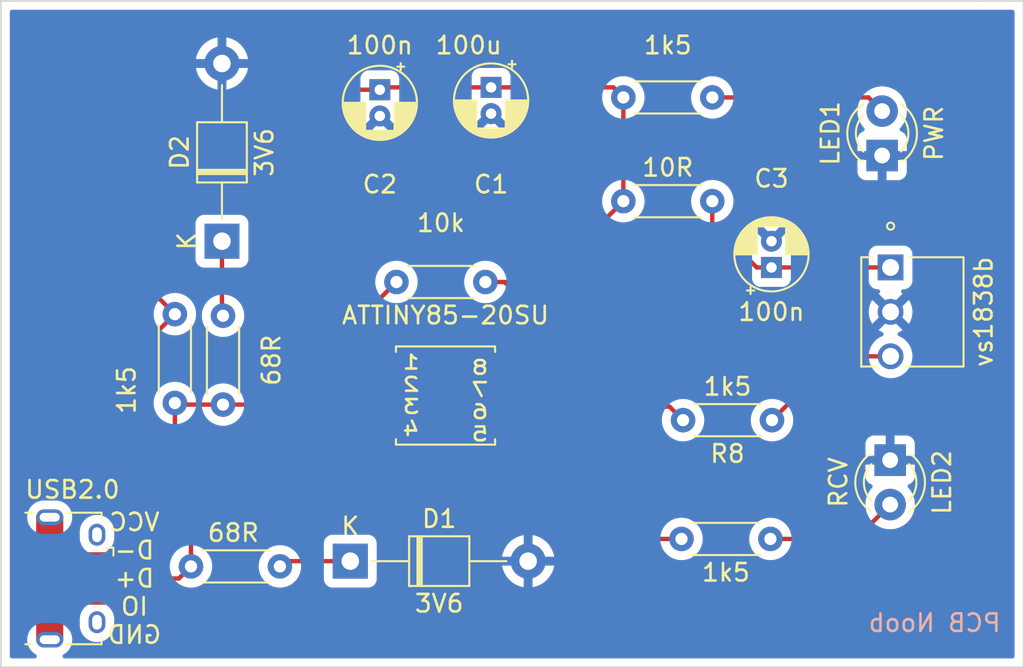
<source format=kicad_pcb>
(kicad_pcb (version 20211014) (generator pcbnew)
  (title_block (title "IR_Keyboard"))
  (layers (0 "F.Cu" signal) (31 "B.Cu" signal) (34 "B.Paste" user) (35 "F.Paste" user) (36 "B.SilkS" user "B.Silkscreen") (37 "F.SilkS" user "F.Silkscreen") (38 "B.Mask" user) (39 "F.Mask" user) (44 "Edge.Cuts" user))
  (net 0 "")
  (net 1 "Net-(IC1-Pad1)")
  (net 2 "Net-(IC1-Pad2)")
  (net 3 "Net-(IC1-Pad3)")
  (net 4 "GND")
  (net 5 "Net-(IC1-Pad5)")
  (net 6 "Net-(IC1-Pad6)")
  (net 8 "VCC")
  (net 9 "Net-(C3-Pad1)")
  (net 10 "Net-(D1-Pad1)")
  (net 11 "Net-(D2-Pad1)")
  (net 12 "Net-(LED1-Pad2)")
  (net 13 "Net-(LED2-Pad2)")
  (net 14 "Net-(IR1-Pad)")
  (footprint "Capacitor_THT:CP_Radial_D4.0mm_P1.50mm" (layer "F.Cu") (at 147.3828 55.744398 -90)
    (fp_text reference "C1" (at 5.545602 0 180) (layer "F.SilkS"))
    (fp_text value "100u" (at -2.404398 1.2753 180) (layer "F.SilkS"))
    (fp_line (start 0.99 -2.067) (end 0.99 -0.84) (layer "F.SilkS") (width 0.12))
    (fp_line (start 2.831 -0.37) (end 2.831 0.37) (layer "F.SilkS") (width 0.12))
    (fp_line (start 1.35 0.84) (end 1.35 1.994) (layer "F.SilkS") (width 0.12))
    (fp_line (start 1.15 0.84) (end 1.15 2.042) (layer "F.SilkS") (width 0.12))
    (fp_line (start 2.711 -0.768) (end 2.711 0.768) (layer "F.SilkS") (width 0.12))
    (fp_line (start 2.311 -1.396) (end 2.311 -0.84) (layer "F.SilkS") (width 0.12))
    (fp_line (start 0.83 0.84) (end 0.83 2.079) (layer "F.SilkS") (width 0.12))
    (fp_line (start 2.071 0.84) (end 2.071 1.619) (layer "F.SilkS") (width 0.12))
    (fp_line (start 2.311 0.84) (end 2.311 1.396) (layer "F.SilkS") (width 0.12))
    (fp_line (start 2.671 -0.859) (end 2.671 0.859) (layer "F.SilkS") (width 0.12))
    (fp_line (start 1.15 -2.042) (end 1.15 -0.84) (layer "F.SilkS") (width 0.12))
    (fp_line (start 1.35 -1.994) (end 1.35 -0.84) (layer "F.SilkS") (width 0.12))
    (fp_line (start 2.751 -0.664) (end 2.751 0.664) (layer "F.SilkS") (width 0.12))
    (fp_line (start 2.191 -1.516) (end 2.191 -0.84) (layer "F.SilkS") (width 0.12))
    (fp_line (start 1.11 0.84) (end 1.11 2.05) (layer "F.SilkS") (width 0.12))
    (fp_line (start 0.75 0.84) (end 0.75 2.08) (layer "F.SilkS") (width 0.12))
    (fp_line (start 1.991 0.84) (end 1.991 1.68) (layer "F.SilkS") (width 0.12))
    (fp_line (start -1.519801 -1.195) (end -1.119801 -1.195) (layer "F.SilkS") (width 0.12))
    (fp_line (start 1.671 0.84) (end 1.671 1.87) (layer "F.SilkS") (width 0.12))
    (fp_line (start 2.271 -1.438) (end 2.271 -0.84) (layer "F.SilkS") (width 0.12))
    (fp_line (start 1.19 -2.034) (end 1.19 -0.84) (layer "F.SilkS") (width 0.12))
    (fp_line (start 1.591 -1.907) (end 1.591 -0.84) (layer "F.SilkS") (width 0.12))
    (fp_line (start 2.231 0.84) (end 2.231 1.478) (layer "F.SilkS") (width 0.12))
    (fp_line (start 1.791 0.84) (end 1.791 1.808) (layer "F.SilkS") (width 0.12))
    (fp_line (start 1.11 -2.05) (end 1.11 -0.84) (layer "F.SilkS") (width 0.12))
    (fp_line (start 0.83 -2.079) (end 0.83 -0.84) (layer "F.SilkS") (width 0.12))
    (fp_line (start -1.319801 -1.395) (end -1.319801 -0.995) (layer "F.SilkS") (width 0.12))
    (fp_line (start 1.511 -1.94) (end 1.511 -0.84) (layer "F.SilkS") (width 0.12))
    (fp_line (start 0.79 0.84) (end 0.79 2.08) (layer "F.SilkS") (width 0.12))
    (fp_line (start 1.751 0.84) (end 1.751 1.83) (layer "F.SilkS") (width 0.12))
    (fp_line (start 1.39 0.84) (end 1.39 1.982) (layer "F.SilkS") (width 0.12))
    (fp_line (start 2.111 0.84) (end 2.111 1.587) (layer "F.SilkS") (width 0.12))
    (fp_line (start 0.79 -2.08) (end 0.79 -0.84) (layer "F.SilkS") (width 0.12))
    (fp_line (start 2.151 -1.552) (end 2.151 -0.84) (layer "F.SilkS") (width 0.12))
    (fp_line (start 2.551 -1.08) (end 2.551 1.08) (layer "F.SilkS") (width 0.12))
    (fp_line (start 1.511 0.84) (end 1.511 1.94) (layer "F.SilkS") (width 0.12))
    (fp_line (start 2.591 -1.013) (end 2.591 1.013) (layer "F.SilkS") (width 0.12))
    (fp_line (start 1.07 0.84) (end 1.07 2.056) (layer "F.SilkS") (width 0.12))
    (fp_line (start 2.431 -1.254) (end 2.431 1.254) (layer "F.SilkS") (width 0.12))
    (fp_line (start 1.43 0.84) (end 1.43 1.968) (layer "F.SilkS") (width 0.12))
    (fp_line (start 1.23 -2.025) (end 1.23 -0.84) (layer "F.SilkS") (width 0.12))
    (fp_line (start 1.951 0.84) (end 1.951 1.708) (layer "F.SilkS") (width 0.12))
    (fp_line (start 2.151 0.84) (end 2.151 1.552) (layer "F.SilkS") (width 0.12))
    (fp_line (start 2.111 -1.587) (end 2.111 -0.84) (layer "F.SilkS") (width 0.12))
    (fp_line (start 0.99 0.84) (end 0.99 2.067) (layer "F.SilkS") (width 0.12))
    (fp_line (start 1.551 -1.924) (end 1.551 -0.84) (layer "F.SilkS") (width 0.12))
    (fp_line (start 1.831 -1.785) (end 1.831 -0.84) (layer "F.SilkS") (width 0.12))
    (fp_line (start 2.471 -1.2) (end 2.471 1.2) (layer "F.SilkS") (width 0.12))
    (fp_line (start 1.23 0.84) (end 1.23 2.025) (layer "F.SilkS") (width 0.12))
    (fp_line (start 1.631 0.84) (end 1.631 1.889) (layer "F.SilkS") (width 0.12))
    (fp_line (start 1.711 -1.851) (end 1.711 -0.84) (layer "F.SilkS") (width 0.12))
    (fp_line (start 1.471 0.84) (end 1.471 1.954) (layer "F.SilkS") (width 0.12))
    (fp_line (start 1.631 -1.889) (end 1.631 -0.84) (layer "F.SilkS") (width 0.12))
    (fp_line (start 2.271 0.84) (end 2.271 1.438) (layer "F.SilkS") (width 0.12))
    (fp_line (start 1.31 -2.005) (end 1.31 -0.84) (layer "F.SilkS") (width 0.12))
    (fp_line (start 2.791 -0.537) (end 2.791 0.537) (layer "F.SilkS") (width 0.12))
    (fp_line (start 1.711 0.84) (end 1.711 1.851) (layer "F.SilkS") (width 0.12))
    (fp_line (start 0.95 0.84) (end 0.95 2.071) (layer "F.SilkS") (width 0.12))
    (fp_line (start 0.95 -2.071) (end 0.95 -0.84) (layer "F.SilkS") (width 0.12))
    (fp_line (start 2.351 -1.351) (end 2.351 1.351) (layer "F.SilkS") (width 0.12))
    (fp_line (start 2.031 0.84) (end 2.031 1.65) (layer "F.SilkS") (width 0.12))
    (fp_line (start 1.03 0.84) (end 1.03 2.062) (layer "F.SilkS") (width 0.12))
    (fp_line (start 1.871 0.84) (end 1.871 1.76) (layer "F.SilkS") (width 0.12))
    (fp_line (start 1.951 -1.708) (end 1.951 -0.84) (layer "F.SilkS") (width 0.12))
    (fp_line (start 0.87 -2.077) (end 0.87 -0.84) (layer "F.SilkS") (width 0.12))
    (fp_line (start 1.39 -1.982) (end 1.39 -0.84) (layer "F.SilkS") (width 0.12))
    (fp_line (start 1.19 0.84) (end 1.19 2.034) (layer "F.SilkS") (width 0.12))
    (fp_line (start 0.91 0.84) (end 0.91 2.074) (layer "F.SilkS") (width 0.12))
    (fp_line (start 1.27 0.84) (end 1.27 2.016) (layer "F.SilkS") (width 0.12))
    (fp_line (start 1.471 -1.954) (end 1.471 -0.84) (layer "F.SilkS") (width 0.12))
    (fp_line (start 2.071 -1.619) (end 2.071 -0.84) (layer "F.SilkS") (width 0.12))
    (fp_line (start 1.27 -2.016) (end 1.27 -0.84) (layer "F.SilkS") (width 0.12))
    (fp_line (start 2.391 -1.304) (end 2.391 1.304) (layer "F.SilkS") (width 0.12))
    (fp_line (start 0.87 0.84) (end 0.87 2.077) (layer "F.SilkS") (width 0.12))
    (fp_line (start 2.631 -0.94) (end 2.631 0.94) (layer "F.SilkS") (width 0.12))
    (fp_line (start 0.91 -2.074) (end 0.91 -0.84) (layer "F.SilkS") (width 0.12))
    (fp_line (start 1.07 -2.056) (end 1.07 -0.84) (layer "F.SilkS") (width 0.12))
    (fp_line (start 2.231 -1.478) (end 2.231 -0.84) (layer "F.SilkS") (width 0.12))
    (fp_line (start 1.871 -1.76) (end 1.871 -0.84) (layer "F.SilkS") (width 0.12))
    (fp_line (start 1.551 0.84) (end 1.551 1.924) (layer "F.SilkS") (width 0.12))
    (fp_line (start 1.911 -1.735) (end 1.911 -0.84) (layer "F.SilkS") (width 0.12))
    (fp_line (start 2.031 -1.65) (end 2.031 -0.84) (layer "F.SilkS") (width 0.12))
    (fp_line (start 1.43 -1.968) (end 1.43 -0.84) (layer "F.SilkS") (width 0.12))
    (fp_line (start 1.31 0.84) (end 1.31 2.005) (layer "F.SilkS") (width 0.12))
    (fp_line (start 2.191 0.84) (end 2.191 1.516) (layer "F.SilkS") (width 0.12))
    (fp_line (start 1.791 -1.808) (end 1.791 -0.84) (layer "F.SilkS") (width 0.12))
    (fp_line (start 2.511 -1.142) (end 2.511 1.142) (layer "F.SilkS") (width 0.12))
    (fp_line (start 1.591 0.84) (end 1.591 1.907) (layer "F.SilkS") (width 0.12))
    (fp_line (start 1.671 -1.87) (end 1.671 -0.84) (layer "F.SilkS") (width 0.12))
    (fp_line (start 1.03 -2.062) (end 1.03 -0.84) (layer "F.SilkS") (width 0.12))
    (fp_line (start 1.991 -1.68) (end 1.991 -0.84) (layer "F.SilkS") (width 0.12))
    (fp_line (start 1.831 0.84) (end 1.831 1.785) (layer "F.SilkS") (width 0.12))
    (fp_line (start 1.751 -1.83) (end 1.751 -0.84) (layer "F.SilkS") (width 0.12))
    (fp_line (start 1.911 0.84) (end 1.911 1.735) (layer "F.SilkS") (width 0.12))
    (fp_line (start 0.75 -2.08) (end 0.75 -0.84) (layer "F.SilkS") (width 0.12))
    (fp_circle (center 0.75 0) (end 2.87 0) (layer "F.SilkS") (width 0.12) (fill none))
    (pad "1" thru_hole rect (at 0 0 270) (size 1.2 1.2) (drill 0.6) (layers *.Cu *.Mask) (net 8 "VCC"))
    (pad "2" thru_hole circle (at 1.5 0 270) (size 1.2 1.2) (drill 0.6) (layers *.Cu *.Mask) (net 4 "GND"))
  )
  (footprint "Connector_USB:USB_Micro-B_Amphenol_10118194_Horizontal" (layer "F.Cu") (at 123.47 83.82 -90)
    (fp_text reference "USB2.0" (at -5.08 0 180) (layer "F.SilkS"))
    (fp_text value "10118194-0001LF" hide)
    (fp_line (start 3.76 2.29) (end 3.76 2.69) (layer "F.SilkS") (width 0.12))
    (fp_line (start -3.76 2.69) (end -3.76 2.29) (layer "F.SilkS") (width 0.12))
    (fp_line (start 3.76 -1.66) (end 3.34 -1.66) (layer "F.SilkS") (width 0.12))
    (fp_line (start -3.76 -1.66) (end -3.34 -1.66) (layer "F.SilkS") (width 0.12))
    (fp_line (start -3.76 0.32) (end -3.76 -1.66) (layer "F.SilkS") (width 0.12))
    (fp_line (start 3.76 0.32) (end 3.76 -1.66) (layer "F.SilkS") (width 0.12))
    (fp_line (start -1.31 -2.34) (end -1.76 -2.34) (layer "F.SilkS") (width 0.12))
    (fp_line (start -1.76 -1.89) (end -1.76 -2.34) (layer "F.SilkS") (width 0.12))
    (pad "6" smd rect (at 1 1.3 270) (size 1.5 1.55) (layers "F.Cu" "F.Paste" "F.Mask"))
    (pad "6" thru_hole oval (at 3.5 1.3 270) (size 0.89 1.55) (drill oval 0.5 1.15) (layers *.Cu *.Mask))
    (pad "6" smd rect (at -1 1.3 270) (size 1.5 1.55) (layers "F.Cu" "F.Paste" "F.Mask"))
    (pad "6" thru_hole oval (at -3.5 1.3 270) (size 0.89 1.55) (drill oval 0.5 1.15) (layers *.Cu *.Mask))
    (pad "6" smd rect (at 2.9 1.3 270) (size 1.2 1.55) (layers "F.Cu" "F.Paste" "F.Mask"))
    (pad "6" thru_hole oval (at -2.5 -1.4 270) (size 1.25 0.95) (drill oval 0.85 0.55) (layers *.Cu *.Mask))
    (pad "6" thru_hole oval (at 2.5 -1.4 270) (size 1.25 0.95) (drill oval 0.85 0.55) (layers *.Cu *.Mask))
    (pad "6" smd rect (at -2.9 1.3 270) (size 1.2 1.55) (layers "F.Cu" "F.Paste" "F.Mask"))
    (pad "D+" smd rect (at 0 -1.4 270) (size 0.4 1.35) (layers "F.Cu" "F.Paste" "F.Mask") (net 3 "Net-(IC1-Pad3)"))
    (pad "D-" smd rect (at -0.65 -1.4 270) (size 0.4 1.35) (layers "F.Cu" "F.Paste" "F.Mask") (net 2 "Net-(IC1-Pad2)"))
    (pad "GND" smd rect (at 1.3 -1.4 270) (size 0.4 1.35) (layers "F.Cu" "F.Paste" "F.Mask") (net 4 "GND"))
    (pad "IO" smd rect (at 0.65 -1.4 270) (size 0.4 1.35) (layers "F.Cu" "F.Paste" "F.Mask"))
    (pad "VCC" smd rect (at -1.3 -1.4 270) (size 0.4 1.35) (layers "F.Cu" "F.Paste" "F.Mask") (net 8 "VCC"))
  )
  (footprint "Capacitor_THT:CP_Radial_D4.0mm_P1.50mm" (layer "F.Cu") (at 141.0275 55.88 -90)
    (fp_text reference "C2" (at 5.41 0 180) (layer "F.SilkS"))
    (fp_text value "100n" (at -2.54 0 180) (layer "F.SilkS"))
    (fp_line (start 2.591 -1.013) (end 2.591 1.013) (layer "F.SilkS") (width 0.12))
    (fp_line (start 1.11 0.84) (end 1.11 2.05) (layer "F.SilkS") (width 0.12))
    (fp_line (start 1.511 -1.94) (end 1.511 -0.84) (layer "F.SilkS") (width 0.12))
    (fp_line (start 1.27 -2.016) (end 1.27 -0.84) (layer "F.SilkS") (width 0.12))
    (fp_line (start 2.751 -0.664) (end 2.751 0.664) (layer "F.SilkS") (width 0.12))
    (fp_line (start 2.031 -1.65) (end 2.031 -0.84) (layer "F.SilkS") (width 0.12))
    (fp_line (start 2.231 -1.478) (end 2.231 -0.84) (layer "F.SilkS") (width 0.12))
    (fp_line (start 1.15 0.84) (end 1.15 2.042) (layer "F.SilkS") (width 0.12))
    (fp_line (start 1.11 -2.05) (end 1.11 -0.84) (layer "F.SilkS") (width 0.12))
    (fp_line (start 2.351 -1.351) (end 2.351 1.351) (layer "F.SilkS") (width 0.12))
    (fp_line (start -1.519801 -1.195) (end -1.119801 -1.195) (layer "F.SilkS") (width 0.12))
    (fp_line (start 1.471 -1.954) (end 1.471 -0.84) (layer "F.SilkS") (width 0.12))
    (fp_line (start 2.151 -1.552) (end 2.151 -0.84) (layer "F.SilkS") (width 0.12))
    (fp_line (start 1.831 -1.785) (end 1.831 -0.84) (layer "F.SilkS") (width 0.12))
    (fp_line (start 1.671 -1.87) (end 1.671 -0.84) (layer "F.SilkS") (width 0.12))
    (fp_line (start 1.751 -1.83) (end 1.751 -0.84) (layer "F.SilkS") (width 0.12))
    (fp_line (start 0.79 -2.08) (end 0.79 -0.84) (layer "F.SilkS") (width 0.12))
    (fp_line (start 2.551 -1.08) (end 2.551 1.08) (layer "F.SilkS") (width 0.12))
    (fp_line (start 1.631 0.84) (end 1.631 1.889) (layer "F.SilkS") (width 0.12))
    (fp_line (start 0.79 0.84) (end 0.79 2.08) (layer "F.SilkS") (width 0.12))
    (fp_line (start 2.791 -0.537) (end 2.791 0.537) (layer "F.SilkS") (width 0.12))
    (fp_line (start 1.711 -1.851) (end 1.711 -0.84) (layer "F.SilkS") (width 0.12))
    (fp_line (start 1.31 0.84) (end 1.31 2.005) (layer "F.SilkS") (width 0.12))
    (fp_line (start 2.471 -1.2) (end 2.471 1.2) (layer "F.SilkS") (width 0.12))
    (fp_line (start 2.431 -1.254) (end 2.431 1.254) (layer "F.SilkS") (width 0.12))
    (fp_line (start 1.871 0.84) (end 1.871 1.76) (layer "F.SilkS") (width 0.12))
    (fp_line (start 0.83 -2.079) (end 0.83 -0.84) (layer "F.SilkS") (width 0.12))
    (fp_line (start 2.191 0.84) (end 2.191 1.516) (layer "F.SilkS") (width 0.12))
    (fp_line (start 1.39 -1.982) (end 1.39 -0.84) (layer "F.SilkS") (width 0.12))
    (fp_line (start 1.19 0.84) (end 1.19 2.034) (layer "F.SilkS") (width 0.12))
    (fp_line (start 1.35 -1.994) (end 1.35 -0.84) (layer "F.SilkS") (width 0.12))
    (fp_line (start 1.511 0.84) (end 1.511 1.94) (layer "F.SilkS") (width 0.12))
    (fp_line (start 1.631 -1.889) (end 1.631 -0.84) (layer "F.SilkS") (width 0.12))
    (fp_line (start 1.991 -1.68) (end 1.991 -0.84) (layer "F.SilkS") (width 0.12))
    (fp_line (start 1.31 -2.005) (end 1.31 -0.84) (layer "F.SilkS") (width 0.12))
    (fp_line (start 1.15 -2.042) (end 1.15 -0.84) (layer "F.SilkS") (width 0.12))
    (fp_line (start 1.03 0.84) (end 1.03 2.062) (layer "F.SilkS") (width 0.12))
    (fp_line (start 2.391 -1.304) (end 2.391 1.304) (layer "F.SilkS") (width 0.12))
    (fp_line (start 2.071 0.84) (end 2.071 1.619) (layer "F.SilkS") (width 0.12))
    (fp_line (start 2.031 0.84) (end 2.031 1.65) (layer "F.SilkS") (width 0.12))
    (fp_line (start 1.591 0.84) (end 1.591 1.907) (layer "F.SilkS") (width 0.12))
    (fp_line (start 1.551 0.84) (end 1.551 1.924) (layer "F.SilkS") (width 0.12))
    (fp_line (start 1.07 0.84) (end 1.07 2.056) (layer "F.SilkS") (width 0.12))
    (fp_line (start 0.91 0.84) (end 0.91 2.074) (layer "F.SilkS") (width 0.12))
    (fp_line (start 0.75 0.84) (end 0.75 2.08) (layer "F.SilkS") (width 0.12))
    (fp_line (start 1.23 -2.025) (end 1.23 -0.84) (layer "F.SilkS") (width 0.12))
    (fp_line (start 1.671 0.84) (end 1.671 1.87) (layer "F.SilkS") (width 0.12))
    (fp_line (start 2.511 -1.142) (end 2.511 1.142) (layer "F.SilkS") (width 0.12))
    (fp_line (start 1.43 0.84) (end 1.43 1.968) (layer "F.SilkS") (width 0.12))
    (fp_line (start 0.87 0.84) (end 0.87 2.077) (layer "F.SilkS") (width 0.12))
    (fp_line (start 2.711 -0.768) (end 2.711 0.768) (layer "F.SilkS") (width 0.12))
    (fp_line (start 0.75 -2.08) (end 0.75 -0.84) (layer "F.SilkS") (width 0.12))
    (fp_line (start 1.27 0.84) (end 1.27 2.016) (layer "F.SilkS") (width 0.12))
    (fp_line (start 1.07 -2.056) (end 1.07 -0.84) (layer "F.SilkS") (width 0.12))
    (fp_line (start 2.631 -0.94) (end 2.631 0.94) (layer "F.SilkS") (width 0.12))
    (fp_line (start 0.87 -2.077) (end 0.87 -0.84) (layer "F.SilkS") (width 0.12))
    (fp_line (start 2.191 -1.516) (end 2.191 -0.84) (layer "F.SilkS") (width 0.12))
    (fp_line (start 2.271 0.84) (end 2.271 1.438) (layer "F.SilkS") (width 0.12))
    (fp_line (start 1.911 -1.735) (end 1.911 -0.84) (layer "F.SilkS") (width 0.12))
    (fp_line (start 0.99 0.84) (end 0.99 2.067) (layer "F.SilkS") (width 0.12))
    (fp_line (start 2.831 -0.37) (end 2.831 0.37) (layer "F.SilkS") (width 0.12))
    (fp_line (start 1.551 -1.924) (end 1.551 -0.84) (layer "F.SilkS") (width 0.12))
    (fp_line (start 1.831 0.84) (end 1.831 1.785) (layer "F.SilkS") (width 0.12))
    (fp_line (start 1.711 0.84) (end 1.711 1.851) (layer "F.SilkS") (width 0.12))
    (fp_line (start 1.751 0.84) (end 1.751 1.83) (layer "F.SilkS") (width 0.12))
    (fp_line (start 1.591 -1.907) (end 1.591 -0.84) (layer "F.SilkS") (width 0.12))
    (fp_line (start 2.071 -1.619) (end 2.071 -0.84) (layer "F.SilkS") (width 0.12))
    (fp_line (start 0.95 -2.071) (end 0.95 -0.84) (layer "F.SilkS") (width 0.12))
    (fp_line (start -1.319801 -1.395) (end -1.319801 -0.995) (layer "F.SilkS") (width 0.12))
    (fp_line (start 1.911 0.84) (end 1.911 1.735) (layer "F.SilkS") (width 0.12))
    (fp_line (start 1.951 -1.708) (end 1.951 -0.84) (layer "F.SilkS") (width 0.12))
    (fp_line (start 2.231 0.84) (end 2.231 1.478) (layer "F.SilkS") (width 0.12))
    (fp_line (start 1.791 -1.808) (end 1.791 -0.84) (layer "F.SilkS") (width 0.12))
    (fp_line (start 0.83 0.84) (end 0.83 2.079) (layer "F.SilkS") (width 0.12))
    (fp_line (start 1.19 -2.034) (end 1.19 -0.84) (layer "F.SilkS") (width 0.12))
    (fp_line (start 2.671 -0.859) (end 2.671 0.859) (layer "F.SilkS") (width 0.12))
    (fp_line (start 1.03 -2.062) (end 1.03 -0.84) (layer "F.SilkS") (width 0.12))
    (fp_line (start 1.43 -1.968) (end 1.43 -0.84) (layer "F.SilkS") (width 0.12))
    (fp_line (start 2.151 0.84) (end 2.151 1.552) (layer "F.SilkS") (width 0.12))
    (fp_line (start 2.111 -1.587) (end 2.111 -0.84) (layer "F.SilkS") (width 0.12))
    (fp_line (start 2.311 0.84) (end 2.311 1.396) (layer "F.SilkS") (width 0.12))
    (fp_line (start 1.39 0.84) (end 1.39 1.982) (layer "F.SilkS") (width 0.12))
    (fp_line (start 0.95 0.84) (end 0.95 2.071) (layer "F.SilkS") (width 0.12))
    (fp_line (start 2.311 -1.396) (end 2.311 -0.84) (layer "F.SilkS") (width 0.12))
    (fp_line (start 0.99 -2.067) (end 0.99 -0.84) (layer "F.SilkS") (width 0.12))
    (fp_line (start 0.91 -2.074) (end 0.91 -0.84) (layer "F.SilkS") (width 0.12))
    (fp_line (start 1.791 0.84) (end 1.791 1.808) (layer "F.SilkS") (width 0.12))
    (fp_line (start 1.35 0.84) (end 1.35 1.994) (layer "F.SilkS") (width 0.12))
    (fp_line (start 1.471 0.84) (end 1.471 1.954) (layer "F.SilkS") (width 0.12))
    (fp_line (start 2.271 -1.438) (end 2.271 -0.84) (layer "F.SilkS") (width 0.12))
    (fp_line (start 1.951 0.84) (end 1.951 1.708) (layer "F.SilkS") (width 0.12))
    (fp_line (start 2.111 0.84) (end 2.111 1.587) (layer "F.SilkS") (width 0.12))
    (fp_line (start 1.991 0.84) (end 1.991 1.68) (layer "F.SilkS") (width 0.12))
    (fp_line (start 1.871 -1.76) (end 1.871 -0.84) (layer "F.SilkS") (width 0.12))
    (fp_line (start 1.23 0.84) (end 1.23 2.025) (layer "F.SilkS") (width 0.12))
    (fp_circle (center 0.75 0) (end 2.87 0) (layer "F.SilkS") (width 0.12) (fill none))
    (pad "1" thru_hole rect (at 0 0 270) (size 1.2 1.2) (drill 0.6) (layers *.Cu *.Mask) (net 8 "VCC"))
    (pad "2" thru_hole circle (at 1.5 0 270) (size 1.2 1.2) (drill 0.6) (layers *.Cu *.Mask) (net 4 "GND"))
  )
  (footprint "Resistor_THT:R_Axial_DIN0204_L3.6mm_D1.6mm_P5.08mm_Horizontal" (layer "F.Cu") (at 154.94 56.32)
    (fp_text reference "R2" hide)
    (fp_text value "1k5" (at 2.54 -2.98) (layer "F.SilkS"))
    (fp_line (start 0.62 0.92) (end 4.46 0.92) (layer "F.SilkS") (width 0.12))
    (fp_line (start 0.62 -0.92) (end 4.46 -0.92) (layer "F.SilkS") (width 0.12))
    (pad "1" thru_hole circle (at 0 0) (size 1.4 1.4) (drill 0.7) (layers *.Cu *.Mask) (net 8 "VCC"))
    (pad "2" thru_hole oval (at 5.08 0) (size 1.4 1.4) (drill 0.7) (layers *.Cu *.Mask) (net 12 "Net-(LED1-Pad2)"))
  )
  (footprint "Resistor_THT:R_Axial_DIN0204_L3.6mm_D1.6mm_P5.08mm_Horizontal" (layer "F.Cu") (at 135.32 83.13 180)
    (fp_text reference "R3" hide)
    (fp_text value "68R" (at 2.66 1.92) (layer "F.SilkS"))
    (fp_line (start 0.62 -0.92) (end 4.46 -0.92) (layer "F.SilkS") (width 0.12))
    (fp_line (start 0.62 0.92) (end 4.46 0.92) (layer "F.SilkS") (width 0.12))
    (pad "1" thru_hole circle (at 0 0 180) (size 1.4 1.4) (drill 0.7) (layers *.Cu *.Mask) (net 10 "Net-(D1-Pad1)"))
    (pad "2" thru_hole oval (at 5.08 0 180) (size 1.4 1.4) (drill 0.7) (layers *.Cu *.Mask) (net 3 "Net-(IC1-Pad3)"))
  )
  (footprint "Diode_THT:D_T-1_P10.16mm_Horizontal" (layer "F.Cu") (at 139.34 82.83)
    (fp_text reference "D1" (at 5.08 -2.42) (layer "F.SilkS"))
    (fp_text value "3V6" (at 5.08 2.42) (layer "F.SilkS"))
    (fp_text user "K" (at 0 -2) (layer "F.SilkS"))
    (fp_line (start 8.92 0) (end 6.8 0) (layer "F.SilkS") (width 0.12))
    (fp_line (start 3.36 1.42) (end 6.8 1.42) (layer "F.SilkS") (width 0.12))
    (fp_line (start 3.36 -1.42) (end 3.36 1.42) (layer "F.SilkS") (width 0.12))
    (fp_line (start 4.08 -1.42) (end 4.08 1.42) (layer "F.SilkS") (width 0.12))
    (fp_line (start 1.24 0) (end 3.36 0) (layer "F.SilkS") (width 0.12))
    (fp_line (start 3.84 -1.42) (end 3.84 1.42) (layer "F.SilkS") (width 0.12))
    (fp_line (start 6.8 -1.42) (end 3.36 -1.42) (layer "F.SilkS") (width 0.12))
    (fp_line (start 6.8 1.42) (end 6.8 -1.42) (layer "F.SilkS") (width 0.12))
    (fp_line (start 3.96 -1.42) (end 3.96 1.42) (layer "F.SilkS") (width 0.12))
    (pad "1" thru_hole rect (at 0 0) (size 2 2) (drill 1) (layers *.Cu *.Mask) (net 10 "Net-(D1-Pad1)"))
    (pad "2" thru_hole oval (at 10.16 0) (size 2 2) (drill 1) (layers *.Cu *.Mask) (net 4 "GND"))
  )
  (footprint "Resistor_THT:R_Axial_DIN0204_L3.6mm_D1.6mm_P5.08mm_Horizontal" (layer "F.Cu") (at 129.32 73.79 90)
    (fp_text reference "R5" hide)
    (fp_text value "1k5" (at 0.74 -2.76 90) (layer "F.SilkS"))
    (fp_line (start 0.62 -0.92) (end 4.46 -0.92) (layer "F.SilkS") (width 0.12))
    (fp_line (start 0.62 0.92) (end 4.46 0.92) (layer "F.SilkS") (width 0.12))
    (pad "1" thru_hole circle (at 0 0 90) (size 1.4 1.4) (drill 0.7) (layers *.Cu *.Mask) (net 2 "Net-(IC1-Pad2)"))
    (pad "2" thru_hole oval (at 5.08 0 90) (size 1.4 1.4) (drill 0.7) (layers *.Cu *.Mask) (net 8 "VCC"))
  )
  (footprint "Capacitor_THT:CP_Radial_D4.0mm_P1.50mm" (layer "F.Cu") (at 163.4 66.04 90)
    (fp_text reference "C3" (at 5.08 0 180) (layer "F.SilkS"))
    (fp_text value "100n" (at -2.54 0 180) (layer "F.SilkS"))
    (fp_line (start 1.951 -1.708) (end 1.951 -0.84) (layer "F.SilkS") (width 0.12))
    (fp_line (start 1.671 -1.87) (end 1.671 -0.84) (layer "F.SilkS") (width 0.12))
    (fp_line (start 2.271 -1.438) (end 2.271 -0.84) (layer "F.SilkS") (width 0.12))
    (fp_line (start 2.031 -1.65) (end 2.031 -0.84) (layer "F.SilkS") (width 0.12))
    (fp_line (start 1.11 0.84) (end 1.11 2.05) (layer "F.SilkS") (width 0.12))
    (fp_line (start 0.99 -2.067) (end 0.99 -0.84) (layer "F.SilkS") (width 0.12))
    (fp_line (start 2.831 -0.37) (end 2.831 0.37) (layer "F.SilkS") (width 0.12))
    (fp_line (start 2.351 -1.351) (end 2.351 1.351) (layer "F.SilkS") (width 0.12))
    (fp_line (start 0.79 -2.08) (end 0.79 -0.84) (layer "F.SilkS") (width 0.12))
    (fp_line (start 2.191 -1.516) (end 2.191 -0.84) (layer "F.SilkS") (width 0.12))
    (fp_line (start 1.471 0.84) (end 1.471 1.954) (layer "F.SilkS") (width 0.12))
    (fp_line (start 2.791 -0.537) (end 2.791 0.537) (layer "F.SilkS") (width 0.12))
    (fp_line (start 0.83 -2.079) (end 0.83 -0.84) (layer "F.SilkS") (width 0.12))
    (fp_line (start 1.671 0.84) (end 1.671 1.87) (layer "F.SilkS") (width 0.12))
    (fp_line (start 1.551 0.84) (end 1.551 1.924) (layer "F.SilkS") (width 0.12))
    (fp_line (start 1.27 0.84) (end 1.27 2.016) (layer "F.SilkS") (width 0.12))
    (fp_line (start 0.95 -2.071) (end 0.95 -0.84) (layer "F.SilkS") (width 0.12))
    (fp_line (start 1.831 -1.785) (end 1.831 -0.84) (layer "F.SilkS") (width 0.12))
    (fp_line (start 1.991 -1.68) (end 1.991 -0.84) (layer "F.SilkS") (width 0.12))
    (fp_line (start 2.231 -1.478) (end 2.231 -0.84) (layer "F.SilkS") (width 0.12))
    (fp_line (start 1.07 0.84) (end 1.07 2.056) (layer "F.SilkS") (width 0.12))
    (fp_line (start 0.87 -2.077) (end 0.87 -0.84) (layer "F.SilkS") (width 0.12))
    (fp_line (start 0.83 0.84) (end 0.83 2.079) (layer "F.SilkS") (width 0.12))
    (fp_line (start 1.951 0.84) (end 1.951 1.708) (layer "F.SilkS") (width 0.12))
    (fp_line (start 1.631 0.84) (end 1.631 1.889) (layer "F.SilkS") (width 0.12))
    (fp_line (start 1.751 -1.83) (end 1.751 -0.84) (layer "F.SilkS") (width 0.12))
    (fp_line (start 2.271 0.84) (end 2.271 1.438) (layer "F.SilkS") (width 0.12))
    (fp_line (start 0.91 0.84) (end 0.91 2.074) (layer "F.SilkS") (width 0.12))
    (fp_line (start 1.711 0.84) (end 1.711 1.851) (layer "F.SilkS") (width 0.12))
    (fp_line (start 1.39 0.84) (end 1.39 1.982) (layer "F.SilkS") (width 0.12))
    (fp_line (start 2.071 0.84) (end 2.071 1.619) (layer "F.SilkS") (width 0.12))
    (fp_line (start 1.35 0.84) (end 1.35 1.994) (layer "F.SilkS") (width 0.12))
    (fp_line (start 1.911 -1.735) (end 1.911 -0.84) (layer "F.SilkS") (width 0.12))
    (fp_line (start 1.751 0.84) (end 1.751 1.83) (layer "F.SilkS") (width 0.12))
    (fp_line (start 1.791 -1.808) (end 1.791 -0.84) (layer "F.SilkS") (width 0.12))
    (fp_line (start 1.43 -1.968) (end 1.43 -0.84) (layer "F.SilkS") (width 0.12))
    (fp_line (start 2.511 -1.142) (end 2.511 1.142) (layer "F.SilkS") (width 0.12))
    (fp_line (start 2.111 0.84) (end 2.111 1.587) (layer "F.SilkS") (width 0.12))
    (fp_line (start 2.591 -1.013) (end 2.591 1.013) (layer "F.SilkS") (width 0.12))
    (fp_line (start 2.671 -0.859) (end 2.671 0.859) (layer "F.SilkS") (width 0.12))
    (fp_line (start 2.751 -0.664) (end 2.751 0.664) (layer "F.SilkS") (width 0.12))
    (fp_line (start 1.19 -2.034) (end 1.19 -0.84) (layer "F.SilkS") (width 0.12))
    (fp_line (start 1.23 -2.025) (end 1.23 -0.84) (layer "F.SilkS") (width 0.12))
    (fp_line (start 1.03 0.84) (end 1.03 2.062) (layer "F.SilkS") (width 0.12))
    (fp_line (start 1.15 0.84) (end 1.15 2.042) (layer "F.SilkS") (width 0.12))
    (fp_line (start 1.31 0.84) (end 1.31 2.005) (layer "F.SilkS") (width 0.12))
    (fp_line (start 1.07 -2.056) (end 1.07 -0.84) (layer "F.SilkS") (width 0.12))
    (fp_line (start 1.591 0.84) (end 1.591 1.907) (layer "F.SilkS") (width 0.12))
    (fp_line (start 1.03 -2.062) (end 1.03 -0.84) (layer "F.SilkS") (width 0.12))
    (fp_line (start 1.511 0.84) (end 1.511 1.94) (layer "F.SilkS") (width 0.12))
    (fp_line (start 0.75 0.84) (end 0.75 2.08) (layer "F.SilkS") (width 0.12))
    (fp_line (start 0.95 0.84) (end 0.95 2.071) (layer "F.SilkS") (width 0.12))
    (fp_line (start 2.231 0.84) (end 2.231 1.478) (layer "F.SilkS") (width 0.12))
    (fp_line (start 1.551 -1.924) (end 1.551 -0.84) (layer "F.SilkS") (width 0.12))
    (fp_line (start 1.471 -1.954) (end 1.471 -0.84) (layer "F.SilkS") (width 0.12))
    (fp_line (start 2.551 -1.08) (end 2.551 1.08) (layer "F.SilkS") (width 0.12))
    (fp_line (start 2.151 -1.552) (end 2.151 -0.84) (layer "F.SilkS") (width 0.12))
    (fp_line (start 2.471 -1.2) (end 2.471 1.2) (layer "F.SilkS") (width 0.12))
    (fp_line (start 0.75 -2.08) (end 0.75 -0.84) (layer "F.SilkS") (width 0.12))
    (fp_line (start 2.631 -0.94) (end 2.631 0.94) (layer "F.SilkS") (width 0.12))
    (fp_line (start 1.591 -1.907) (end 1.591 -0.84) (layer "F.SilkS") (width 0.12))
    (fp_line (start 2.311 0.84) (end 2.311 1.396) (layer "F.SilkS") (width 0.12))
    (fp_line (start 2.431 -1.254) (end 2.431 1.254) (layer "F.SilkS") (width 0.12))
    (fp_line (start -1.319801 -1.395) (end -1.319801 -0.995) (layer "F.SilkS") (width 0.12))
    (fp_line (start 1.11 -2.05) (end 1.11 -0.84) (layer "F.SilkS") (width 0.12))
    (fp_line (start 2.071 -1.619) (end 2.071 -0.84) (layer "F.SilkS") (width 0.12))
    (fp_line (start 1.27 -2.016) (end 1.27 -0.84) (layer "F.SilkS") (width 0.12))
    (fp_line (start 1.791 0.84) (end 1.791 1.808) (layer "F.SilkS") (width 0.12))
    (fp_line (start -1.519801 -1.195) (end -1.119801 -1.195) (layer "F.SilkS") (width 0.12))
    (fp_line (start 1.511 -1.94) (end 1.511 -0.84) (layer "F.SilkS") (width 0.12))
    (fp_line (start 0.87 0.84) (end 0.87 2.077) (layer "F.SilkS") (width 0.12))
    (fp_line (start 1.19 0.84) (end 1.19 2.034) (layer "F.SilkS") (width 0.12))
    (fp_line (start 2.191 0.84) (end 2.191 1.516) (layer "F.SilkS") (width 0.12))
    (fp_line (start 2.311 -1.396) (end 2.311 -0.84) (layer "F.SilkS") (width 0.12))
    (fp_line (start 1.23 0.84) (end 1.23 2.025) (layer "F.SilkS") (width 0.12))
    (fp_line (start 2.391 -1.304) (end 2.391 1.304) (layer "F.SilkS") (width 0.12))
    (fp_line (start 2.111 -1.587) (end 2.111 -0.84) (layer "F.SilkS") (width 0.12))
    (fp_line (start 0.79 0.84) (end 0.79 2.08) (layer "F.SilkS") (width 0.12))
    (fp_line (start 1.39 -1.982) (end 1.39 -0.84) (layer "F.SilkS") (width 0.12))
    (fp_line (start 2.151 0.84) (end 2.151 1.552) (layer "F.SilkS") (width 0.12))
    (fp_line (start 1.15 -2.042) (end 1.15 -0.84) (layer "F.SilkS") (width 0.12))
    (fp_line (start 2.031 0.84) (end 2.031 1.65) (layer "F.SilkS") (width 0.12))
    (fp_line (start 1.871 0.84) (end 1.871 1.76) (layer "F.SilkS") (width 0.12))
    (fp_line (start 1.43 0.84) (end 1.43 1.968) (layer "F.SilkS") (width 0.12))
    (fp_line (start 0.91 -2.074) (end 0.91 -0.84) (layer "F.SilkS") (width 0.12))
    (fp_line (start 1.991 0.84) (end 1.991 1.68) (layer "F.SilkS") (width 0.12))
    (fp_line (start 1.31 -2.005) (end 1.31 -0.84) (layer "F.SilkS") (width 0.12))
    (fp_line (start 0.99 0.84) (end 0.99 2.067) (layer "F.SilkS") (width 0.12))
    (fp_line (start 1.911 0.84) (end 1.911 1.735) (layer "F.SilkS") (width 0.12))
    (fp_line (start 2.711 -0.768) (end 2.711 0.768) (layer "F.SilkS") (width 0.12))
    (fp_line (start 1.831 0.84) (end 1.831 1.785) (layer "F.SilkS") (width 0.12))
    (fp_line (start 1.871 -1.76) (end 1.871 -0.84) (layer "F.SilkS") (width 0.12))
    (fp_line (start 1.711 -1.851) (end 1.711 -0.84) (layer "F.SilkS") (width 0.12))
    (fp_line (start 1.631 -1.889) (end 1.631 -0.84) (layer "F.SilkS") (width 0.12))
    (fp_line (start 1.35 -1.994) (end 1.35 -0.84) (layer "F.SilkS") (width 0.12))
    (fp_circle (center 0.75 0) (end 2.87 0) (layer "F.SilkS") (width 0.12) (fill none))
    (pad "1" thru_hole rect (at 0 0 90) (size 1.2 1.2) (drill 0.6) (layers *.Cu *.Mask) (net 9 "Net-(C3-Pad1)"))
    (pad "2" thru_hole circle (at 1.5 0 90) (size 1.2 1.2) (drill 0.6) (layers *.Cu *.Mask) (net 4 "GND"))
  )
  (footprint "Diode_THT:D_T-1_P10.16mm_Horizontal" (layer "F.Cu") (at 132.01 64.54 90)
    (fp_text reference "D2" (at 5.08 -2.42 90) (layer "F.SilkS"))
    (fp_text value "3V6" (at 5.08 2.42 90) (layer "F.SilkS"))
    (fp_text user "K" (at 0 -2 90) (layer "F.SilkS"))
    (fp_line (start 8.92 0) (end 6.8 0) (layer "F.SilkS") (width 0.12))
    (fp_line (start 3.36 1.42) (end 6.8 1.42) (layer "F.SilkS") (width 0.12))
    (fp_line (start 3.84 -1.42) (end 3.84 1.42) (layer "F.SilkS") (width 0.12))
    (fp_line (start 3.96 -1.42) (end 3.96 1.42) (layer "F.SilkS") (width 0.12))
    (fp_line (start 1.24 0) (end 3.36 0) (layer "F.SilkS") (width 0.12))
    (fp_line (start 4.08 -1.42) (end 4.08 1.42) (layer "F.SilkS") (width 0.12))
    (fp_line (start 6.8 -1.42) (end 3.36 -1.42) (layer "F.SilkS") (width 0.12))
    (fp_line (start 3.36 -1.42) (end 3.36 1.42) (layer "F.SilkS") (width 0.12))
    (fp_line (start 6.8 1.42) (end 6.8 -1.42) (layer "F.SilkS") (width 0.12))
    (pad "1" thru_hole rect (at 0 0 90) (size 2 2) (drill 1) (layers *.Cu *.Mask) (net 11 "Net-(D2-Pad1)"))
    (pad "2" thru_hole oval (at 10.16 0 90) (size 2 2) (drill 1) (layers *.Cu *.Mask) (net 4 "GND"))
  )
  (footprint "IR_Library:ATTINY85-20SU" (layer "F.Cu") (at 144.78 73.36155)
    (fp_text reference "IC1" hide)
    (fp_text value "ATTINY85-20SU" (at 0 -4.5847) (layer "F.SilkS"))
    (fp_line (start 2.8321 -2.8067) (end -2.8321 -2.8067) (layer "F.SilkS") (width 0.12))
    (fp_line (start -2.8321 -2.8067) (end -2.8321 -2.495597) (layer "F.SilkS") (width 0.12))
    (fp_line (start 2.8321 2.8067) (end 2.8321 2.495597) (layer "F.SilkS") (width 0.12))
    (fp_line (start -2.8321 2.495597) (end -2.8321 2.8067) (layer "F.SilkS") (width 0.12))
    (fp_line (start -2.8321 2.8067) (end 2.8321 2.8067) (layer "F.SilkS") (width 0.12))
    (fp_line (start 2.8321 -2.495597) (end 2.8321 -2.8067) (layer "F.SilkS") (width 0.12))
    (pad "1" smd rect (at -3.6957 -1.905) (size 1.5748 0.5334) (layers "F.Cu" "F.Paste" "F.Mask") (net 1 "Net-(IC1-Pad1)"))
    (pad "2" smd rect (at -3.6957 -0.635) (size 1.5748 0.5334) (layers "F.Cu" "F.Paste" "F.Mask") (net 2 "Net-(IC1-Pad2)"))
    (pad "3" smd rect (at -3.6957 0.635) (size 1.5748 0.5334) (layers "F.Cu" "F.Paste" "F.Mask") (net 3 "Net-(IC1-Pad3)"))
    (pad "4" smd rect (at -3.6957 1.905) (size 1.5748 0.5334) (layers "F.Cu" "F.Paste" "F.Mask") (net 4 "GND"))
    (pad "5" smd rect (at 3.6957 1.905) (size 1.5748 0.5334) (layers "F.Cu" "F.Paste" "F.Mask") (net 5 "Net-(IC1-Pad5)"))
    (pad "6" smd rect (at 3.6957 0.635) (size 1.5748 0.5334) (layers "F.Cu" "F.Paste" "F.Mask") (net 6 "Net-(IC1-Pad6)"))
    (pad "7" smd rect (at 3.6957 -0.635) (size 1.5748 0.5334) (layers "F.Cu" "F.Paste" "F.Mask"))
    (pad "8" smd rect (at 3.6957 -1.905) (size 1.5748 0.5334) (layers "F.Cu" "F.Paste" "F.Mask") (net 8 "VCC"))
  )
  (footprint "Resistor_THT:R_Axial_DIN0204_L3.6mm_D1.6mm_P5.08mm_Horizontal" (layer "F.Cu") (at 132.07 68.8 -90)
    (fp_text reference "R4" hide)
    (fp_text value "68R" (at 2.54 -2.76 90) (layer "F.SilkS"))
    (fp_line (start 0.62 -0.92) (end 4.46 -0.92) (layer "F.SilkS") (width 0.12))
    (fp_line (start 0.62 0.92) (end 4.46 0.92) (layer "F.SilkS") (width 0.12))
    (pad "1" thru_hole circle (at 0 0 270) (size 1.4 1.4) (drill 0.7) (layers *.Cu *.Mask) (net 11 "Net-(D2-Pad1)"))
    (pad "2" thru_hole oval (at 5.08 0 270) (size 1.4 1.4) (drill 0.7) (layers *.Cu *.Mask) (net 2 "Net-(IC1-Pad2)"))
  )
  (footprint "LED_THT:LED_D3.0mm" (layer "F.Cu") (at 170.18 77.0557 -90)
    (fp_text reference "LED2" (at 1.27 -2.96 90) (layer "F.SilkS"))
    (fp_text value "RCV" (at 1.27 2.96 90) (layer "F.SilkS"))
    (fp_line (start -0.29 1.08) (end -0.29 1.236) (layer "F.SilkS") (width 0.12))
    (fp_line (start -0.29 -1.236) (end -0.29 -1.08) (layer "F.SilkS") (width 0.12))
    (fp_arc (start -0.29 -1.235516) (mid 1.366487 -1.987659) (end 2.942335 -1.078608) (layer "F.SilkS") (width 0.12))
    (fp_arc (start 2.31113 1.079837) (mid 1.270117 1.5) (end 0.229039 1.08) (layer "F.SilkS") (width 0.12))
    (fp_arc (start 0.229039 -1.08) (mid 1.270117 -1.5) (end 2.31113 -1.079837) (layer "F.SilkS") (width 0.12))
    (fp_arc (start 2.942335 1.078608) (mid 1.366487 1.987659) (end -0.29 1.235516) (layer "F.SilkS") (width 0.12))
    (pad "1" thru_hole rect (at 0 0 270) (size 1.8 1.8) (drill 0.9) (layers *.Cu *.Mask) (net 4 "GND"))
    (pad "2" thru_hole circle (at 2.54 0 270) (size 1.8 1.8) (drill 0.9) (layers *.Cu *.Mask) (net 13 "Net-(LED2-Pad2)"))
  )
  (footprint "Resistor_THT:R_Axial_DIN0204_L3.6mm_D1.6mm_P5.08mm_Horizontal" (layer "F.Cu") (at 163.43 74.77 180)
    (fp_text reference "R8" (at 2.54 -1.92) (layer "F.SilkS"))
    (fp_text value "1k5" (at 2.54 1.92) (layer "F.SilkS"))
    (fp_line (start 0.62 0.92) (end 4.46 0.92) (layer "F.SilkS") (width 0.12))
    (fp_line (start 0.62 -0.92) (end 4.46 -0.92) (layer "F.SilkS") (width 0.12))
    (pad "1" thru_hole circle (at 0 0 180) (size 1.4 1.4) (drill 0.7) (layers *.Cu *.Mask) (net 14 "Net-(IR1-Pad)"))
    (pad "2" thru_hole oval (at 5.08 0 180) (size 1.4 1.4) (drill 0.7) (layers *.Cu *.Mask) (net 6 "Net-(IC1-Pad6)"))
  )
  (footprint "IR_Library:TSOP34438" (layer "F.Cu") (at 172.6946 71.12 -90)
    (fp_text reference "IR1" hide)
    (fp_text value "vs1838b" (at -2.54 -2.8194 90) (layer "F.SilkS"))
    (fp_line (start 0.5842 4.1656) (end 0.5842 3.384855) (layer "F.SilkS") (width 0.12))
    (fp_line (start -5.6642 3.55854) (end -5.6642 4.1656) (layer "F.SilkS") (width 0.12))
    (fp_line (start -5.6642 4.1656) (end 0.5842 4.1656) (layer "F.SilkS") (width 0.12))
    (fp_line (start 0.5842 -1.6764) (end -5.6642 -1.6764) (layer "F.SilkS") (width 0.12))
    (fp_line (start 0.5842 1.593545) (end 0.5842 -1.6764) (layer "F.SilkS") (width 0.12))
    (fp_line (start -5.6642 -1.6764) (end -5.6642 1.41986) (layer "F.SilkS") (width 0.12))
    (fp_circle (center -7.4422 2.4892) (end -7.239 2.4892) (layer "F.SilkS") (width 0.12) (fill none))
    (pad "GND" thru_hole circle (at -2.54 2.4892 270) (size 1.4732 1.4732) (drill 0.9652) (layers *.Cu *.Mask) (net 4 "GND"))
    (pad "OUT" thru_hole circle (at 0 2.4892 270) (size 1.4732 1.4732) (drill 0.9652) (layers *.Cu *.Mask) (net 14 "Net-(IR1-Pad)"))
    (pad "V+" thru_hole rect (at -5.08 2.4892 270) (size 1.4732 1.4732) (drill 0.9652) (layers *.Cu *.Mask) (net 9 "Net-(C3-Pad1)"))
  )
  (footprint "Resistor_THT:R_Axial_DIN0204_L3.6mm_D1.6mm_P5.08mm_Horizontal" (layer "F.Cu") (at 147.0575 66.87185 180)
    (fp_text reference "R1" hide)
    (fp_text value "10k" (at 2.54 3.37185) (layer "F.SilkS"))
    (fp_line (start 0.62 0.92) (end 4.46 0.92) (layer "F.SilkS") (width 0.12))
    (fp_line (start 0.62 -0.92) (end 4.46 -0.92) (layer "F.SilkS") (width 0.12))
    (pad "1" thru_hole circle (at 0 0 180) (size 1.4 1.4) (drill 0.7) (layers *.Cu *.Mask) (net 8 "VCC"))
    (pad "2" thru_hole oval (at 5.08 0 180) (size 1.4 1.4) (drill 0.7) (layers *.Cu *.Mask) (net 1 "Net-(IC1-Pad1)"))
  )
  (footprint "Resistor_THT:R_Axial_DIN0204_L3.6mm_D1.6mm_P5.08mm_Horizontal" (layer "F.Cu") (at 160.02 62.25 180)
    (fp_text reference "R7" hide)
    (fp_text value "10R" (at 2.54 1.92) (layer "F.SilkS"))
    (fp_line (start 0.62 0.92) (end 4.46 0.92) (layer "F.SilkS") (width 0.12))
    (fp_line (start 0.62 -0.92) (end 4.46 -0.92) (layer "F.SilkS") (width 0.12))
    (pad "1" thru_hole circle (at 0 0 180) (size 1.4 1.4) (drill 0.7) (layers *.Cu *.Mask) (net 9 "Net-(C3-Pad1)"))
    (pad "2" thru_hole oval (at 5.08 0 180) (size 1.4 1.4) (drill 0.7) (layers *.Cu *.Mask) (net 8 "VCC"))
  )
  (footprint "LED_THT:LED_D3.0mm" (layer "F.Cu") (at 169.722431 59.641083 90)
    (fp_text reference "LED1" (at 1.27 -2.96 90) (layer "F.SilkS"))
    (fp_text value "PWR" (at 1.27 2.96 90) (layer "F.SilkS"))
    (fp_line (start -0.29 -1.236) (end -0.29 -1.08) (layer "F.SilkS") (width 0.12))
    (fp_line (start -0.29 1.08) (end -0.29 1.236) (layer "F.SilkS") (width 0.12))
    (fp_arc (start -0.29 -1.235516) (mid 1.366487 -1.987659) (end 2.942335 -1.078608) (layer "F.SilkS") (width 0.12))
    (fp_arc (start 0.229039 -1.08) (mid 1.270117 -1.5) (end 2.31113 -1.079837) (layer "F.SilkS") (width 0.12))
    (fp_arc (start 2.942335 1.078608) (mid 1.366487 1.987659) (end -0.29 1.235516) (layer "F.SilkS") (width 0.12))
    (fp_arc (start 2.31113 1.079837) (mid 1.270117 1.5) (end 0.229039 1.08) (layer "F.SilkS") (width 0.12))
    (pad "1" thru_hole rect (at 0 0 90) (size 1.8 1.8) (drill 0.9) (layers *.Cu *.Mask) (net 4 "GND"))
    (pad "2" thru_hole circle (at 2.54 0 90) (size 1.8 1.8) (drill 0.9) (layers *.Cu *.Mask) (net 12 "Net-(LED1-Pad2)"))
  )
  (footprint "Resistor_THT:R_Axial_DIN0204_L3.6mm_D1.6mm_P5.08mm_Horizontal" (layer "F.Cu") (at 158.26 81.56)
    (fp_text reference "R6" hide)
    (fp_text value "1k5" (at 2.54 1.92) (layer "F.SilkS"))
    (fp_line (start 0.62 -0.92) (end 4.46 -0.92) (layer "F.SilkS") (width 0.12))
    (fp_line (start 0.62 0.92) (end 4.46 0.92) (layer "F.SilkS") (width 0.12))
    (pad "1" thru_hole circle (at 0 0) (size 1.4 1.4) (drill 0.7) (layers *.Cu *.Mask) (net 5 "Net-(IC1-Pad5)"))
    (pad "2" thru_hole oval (at 5.08 0) (size 1.4 1.4) (drill 0.7) (layers *.Cu *.Mask) (net 13 "Net-(LED2-Pad2)"))
  )
  (gr_line (start 177.8 88.9) (end 175.26 88.9) (layer "Edge.Cuts") (width 0.1))
  (gr_line (start 175.26 88.9) (end 119.38 88.9) (layer "Edge.Cuts") (width 0.1))
  (gr_line (start 177.8 50.8) (end 177.8 88.9) (layer "Edge.Cuts") (width 0.1))
  (gr_line (start 119.38 50.8) (end 175.26 50.8) (layer "Edge.Cuts") (width 0.1))
  (gr_line (start 175.26 50.8) (end 177.8 50.8) (layer "Edge.Cuts") (width 0.1))
  (gr_line (start 119.38 50.8) (end 119.38 88.9) (layer "Edge.Cuts") (width 0.1))
  (gr_text "PCB Noob" (at 172.72 86.36) (layer "B.SilkS") (effects (font (size 1 1)) (justify mirror)))
  (gr_text "VCC\nD-\nD+\nIO\nGND" (at 127.01 83.82) (layer "F.SilkS") (effects (font (size 1 1)) (justify mirror)))
  (gr_text "1\n2\n3\n4" (at 142.24 73.36155) (layer "F.SilkS") (effects (font (size 0.7874 1)) (justify right mirror)))
  (gr_text "8\n7\n6\n5" (at 147.32 73.66) (layer "F.SilkS") (effects (font (size 0.7874 1)) (justify left mirror)))
  (segment (start 141.9775 66.87185) (end 139.7 69.14935) (width 0.25) (layer "F.Cu") (net 1))
  (segment (start 139.7 69.14935) (end 139.7 71.12) (width 0.25) (layer "F.Cu") (net 1))
  (segment (start 140.03655 71.45655) (end 141.0843 71.45655) (width 0.25) (layer "F.Cu") (net 1))
  (segment (start 139.7 71.12) (end 140.03655 71.45655) (width 0.25) (layer "F.Cu") (net 1))
  (segment (start 125.845 83.17) (end 124.87 83.17) (width 0.25) (layer "F.Cu") (net 2))
  (segment (start 129.32 79.695) (end 125.845 83.17) (width 0.25) (layer "F.Cu") (net 2))
  (segment (start 129.41 73.88) (end 129.32 73.79) (width 0.25) (layer "F.Cu") (net 2))
  (segment (start 132.07 73.88) (end 129.41 73.88) (width 0.25) (layer "F.Cu") (net 2))
  (segment (start 135.55345 72.72655) (end 141.0843 72.72655) (width 0.25) (layer "F.Cu") (net 2))
  (segment (start 129.32 73.79) (end 129.32 79.695) (width 0.25) (layer "F.Cu") (net 2))
  (segment (start 134.4 73.88) (end 135.55345 72.72655) (width 0.25) (layer "F.Cu") (net 2))
  (segment (start 132.07 73.88) (end 134.4 73.88) (width 0.25) (layer "F.Cu") (net 2))
  (segment (start 130.24 80.58) (end 130.24 83.13) (width 0.25) (layer "F.Cu") (net 3))
  (segment (start 129.55 83.82) (end 130.24 83.13) (width 0.25) (layer "F.Cu") (net 3))
  (segment (start 136.82345 73.99655) (end 130.24 80.58) (width 0.25) (layer "F.Cu") (net 3))
  (segment (start 124.87 83.82) (end 129.55 83.82) (width 0.25) (layer "F.Cu") (net 3))
  (segment (start 141.0843 73.99655) (end 136.82345 73.99655) (width 0.25) (layer "F.Cu") (net 3))
  (segment (start 147.32 78.74) (end 149.5 80.92) (width 0.25) (layer "F.Cu") (net 4))
  (segment (start 141.0843 75.26655) (end 141.0843 77.5843) (width 0.25) (layer "F.Cu") (net 4))
  (segment (start 151.41 82.83) (end 149.5 82.83) (width 0.25) (layer "F.Cu") (net 4))
  (segment (start 152.4 86.36) (end 129.54 86.36) (width 0.25) (layer "F.Cu") (net 4))
  (segment (start 129.54 86.36) (end 128.3 85.12) (width 0.25) (layer "F.Cu") (net 4))
  (segment (start 152.4 86.36) (end 152.4 83.82) (width 0.25) (layer "F.Cu") (net 4))
  (segment (start 152.4 83.82) (end 151.41 82.83) (width 0.25) (layer "F.Cu") (net 4))
  (segment (start 149.5 80.92) (end 149.5 82.83) (width 0.25) (layer "F.Cu") (net 4))
  (segment (start 128.3 85.12) (end 124.87 85.12) (width 0.25) (layer "F.Cu") (net 4))
  (segment (start 142.24 78.74) (end 147.32 78.74) (width 0.25) (layer "F.Cu") (net 4))
  (segment (start 141.0843 77.5843) (end 142.24 78.74) (width 0.25) (layer "F.Cu") (net 4))
  (segment (start 154.76915 81.56) (end 148.4757 75.26655) (width 0.25) (layer "F.Cu") (net 5))
  (segment (start 158.26 81.56) (end 154.76915 81.56) (width 0.25) (layer "F.Cu") (net 5))
  (segment (start 158.35 74.77) (end 157.57655 73.99655) (width 0.25) (layer "F.Cu") (net 6))
  (segment (start 157.57655 73.99655) (end 148.4757 73.99655) (width 0.25) (layer "F.Cu") (net 6))
  (segment (start 141.0275 55.88) (end 139.7 55.88) (width 0.25) (layer "F.Cu") (net 8))
  (segment (start 147.3828 55.744398) (end 154.364398 55.744398) (width 0.25) (layer "F.Cu") (net 8))
  (segment (start 139.7 55.88) (end 134.62 60.96) (width 0.25) (layer "F.Cu") (net 8))
  (segment (start 148.15185 66.87185) (end 149.86 68.58) (width 0.25) (layer "F.Cu") (net 8))
  (segment (start 147.0575 66.87185) (end 148.15185 66.87185) (width 0.25) (layer "F.Cu") (net 8))
  (segment (start 124.87 82.52) (end 125.345 82.52) (width 0.25) (layer "F.Cu") (net 8))
  (segment (start 127 66.39) (end 129.32 68.71) (width 0.25) (layer "F.Cu") (net 8))
  (segment (start 127 71.03) (end 129.32 68.71) (width 0.25) (layer "F.Cu") (net 8))
  (segment (start 127 63.5) (end 127 66.39) (width 0.25) (layer "F.Cu") (net 8))
  (segment (start 147.3828 55.744398) (end 141.163102 55.744398) (width 0.25) (layer "F.Cu") (net 8))
  (segment (start 154.94 62.25) (end 150.31815 66.87185) (width 0.25) (layer "F.Cu") (net 8))
  (segment (start 154.364398 55.744398) (end 154.94 56.32) (width 0.25) (layer "F.Cu") (net 8))
  (segment (start 125.345 82.52) (end 127 80.865) (width 0.25) (layer "F.Cu") (net 8))
  (segment (start 149.52345 71.45655) (end 148.4757 71.45655) (width 0.25) (layer "F.Cu") (net 8))
  (segment (start 150.31815 66.87185) (end 147.0575 66.87185) (width 0.25) (layer "F.Cu") (net 8))
  (segment (start 129.54 60.96) (end 127 63.5) (width 0.25) (layer "F.Cu") (net 8))
  (segment (start 149.86 71.12) (end 149.52345 71.45655) (width 0.25) (layer "F.Cu") (net 8))
  (segment (start 149.86 68.58) (end 149.86 71.12) (width 0.25) (layer "F.Cu") (net 8))
  (segment (start 134.62 60.96) (end 129.54 60.96) (width 0.25) (layer "F.Cu") (net 8))
  (segment (start 154.94 56.32) (end 154.94 62.25) (width 0.25) (layer "F.Cu") (net 8))
  (segment (start 127 80.865) (end 127 71.03) (width 0.25) (layer "F.Cu") (net 8))
  (segment (start 160.02 63.5) (end 162.56 66.04) (width 0.25) (layer "F.Cu") (net 9))
  (segment (start 162.56 66.04) (end 163.4 66.04) (width 0.25) (layer "F.Cu") (net 9))
  (segment (start 160.02 62.25) (end 160.02 63.5) (width 0.25) (layer "F.Cu") (net 9))
  (segment (start 170.2054 66.04) (end 163.4 66.04) (width 0.25) (layer "F.Cu") (net 9))
  (segment (start 135.62 82.83) (end 135.32 83.13) (width 0.25) (layer "F.Cu") (net 10))
  (segment (start 139.34 82.83) (end 135.62 82.83) (width 0.25) (layer "F.Cu") (net 10))
  (segment (start 132.01 64.54) (end 132.01 68.74) (width 0.25) (layer "F.Cu") (net 11))
  (segment (start 132.01 68.74) (end 132.07 68.8) (width 0.25) (layer "F.Cu") (net 11))
  (segment (start 160.02 56.32) (end 168.941348 56.32) (width 0.25) (layer "F.Cu") (net 12))
  (segment (start 168.941348 56.32) (end 169.722431 57.101083) (width 0.25) (layer "F.Cu") (net 12))
  (segment (start 168.2157 81.56) (end 170.18 79.5957) (width 0.25) (layer "F.Cu") (net 13))
  (segment (start 163.34 81.56) (end 168.2157 81.56) (width 0.25) (layer "F.Cu") (net 13))
  (segment (start 167.08 71.12) (end 170.2054 71.12) (width 0.25) (layer "F.Cu") (net 14))
  (segment (start 163.43 74.77) (end 167.08 71.12) (width 0.25) (layer "F.Cu") (net 14))
  (zone (net 4) (net_name "GND") (layer "B.Cu") (connect_pads (clearance 0.508)) (min_thickness 0.254) (fill yes (thermal_gap 0.508) (thermal_bridge_width 0.508))
    (polygon (pts (xy 177.8 88.9) (xy 119.38 88.9) (xy 119.38 50.8) (xy 177.8 50.8)))
  )
)
</source>
